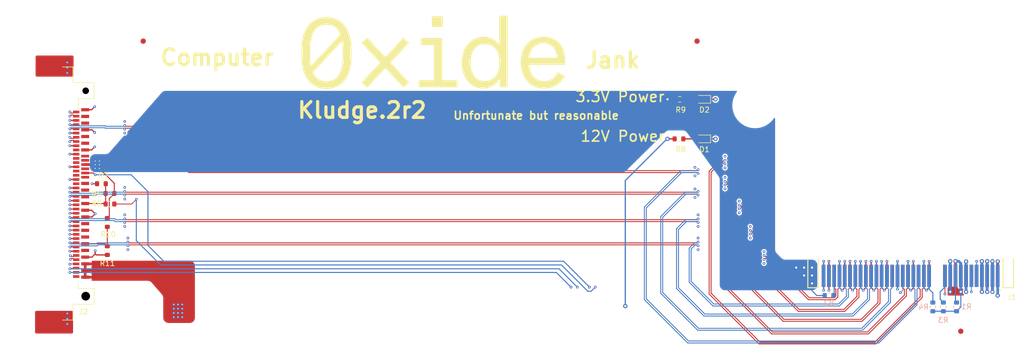
<source format=kicad_pcb>
(kicad_pcb (version 20221018) (generator pcbnew)
  (layers (0 "F.Cu" signal) (1 "In1.Cu" signal) (2 "In2.Cu" signal) (3 "In3.Cu" signal) (4 "In4.Cu" signal) (31 "B.Cu" signal) (34 "B.Paste" user) (35 "F.Paste" user) (36 "B.SilkS" user "B.Silkscreen") (37 "F.SilkS" user "F.Silkscreen") (38 "B.Mask" user) (39 "F.Mask" user) (44 "Edge.Cuts" user))
  (net 0 "")
  (net 1 "+3.3V")
  (net 2 "/PERST_L")
  (net 3 "GND")
  (net 4 "/REFCLK_P")
  (net 5 "/REFCLK_N")
  (net 6 "/PER0_P")
  (net 7 "/PER0_N")
  (net 8 "/PER1_P")
  (net 9 "/PER1_N")
  (net 10 "/PER2_P")
  (net 11 "/PER2_N")
  (net 12 "/PER3_P")
  (net 13 "/PER3_N")
  (net 16 "Net-(J1-PadB09)")
  (net 17 "/PET0_P")
  (net 18 "/PET0_N")
  (net 19 "Net-(J1-PadB11)")
  (net 20 "/PET1_P")
  (net 21 "/PET1_N")
  (net 22 "/PET2_P")
  (net 23 "/PET2_N")
  (net 24 "/PET3_P")
  (net 25 "/PET3_N")
  (net 26 "+12V")
  (net 27 "Net-(J1-PadB12)")
  (net 28 "Net-(J1-PadB17)")
  (net 38 "/SMBCLK")
  (net 40 "/SMBDAT")
  (net 41 "Net-(J1-PadB30)")
  (net 59 "Net-(J2-PadP4)")
  (net 60 "Net-(D1-Pad2)")
  (net 61 "Net-(D2-Pad2)")
  (net 62 "Net-(J2-PadP10)")
  (footprint "Resistor_SMD:R_0603_1608Metric" (layer "F.Cu") (at 107.075 202.029 180)
    (fp_text reference "R7")
    (fp_text value "DNI" hide)
  )
  (footprint "LOGO" (layer "F.Cu") (at 170 177.1)
    (fp_text reference "G***" hide)
    (fp_text value "LOGO" hide)
  )
  (footprint "Fiducial:Fiducial_1mm_Mask3mm" (layer "F.Cu") (at 115 175)
    (fp_text reference "REF**" hide)
    (fp_text value "Fiducial_1mm_Mask3mm" hide)
  )
  (footprint "Resistor_SMD:R_0603_1608Metric" (layer "F.Cu") (at 108.7 203.879 180)
    (fp_text reference "R6")
    (fp_text value "DNI" hide)
  )
  (footprint "LED_SMD:LED_0603_1608Metric" (layer "F.Cu") (at 221.0875 193.529 180)
    (fp_text reference "D1")
    (fp_text value "LED" hide)
  )
  (footprint "MountingHole:MountingHole_3.2mm_M3" (layer "F.Cu") (at 276 228)
    (fp_text reference "REF**" hide)
    (fp_text value "MountingHole_3.2mm_M3" hide)
  )
  (footprint "MountingHole:MountingHole_3.2mm_M3" (layer "F.Cu") (at 114 225)
    (fp_text reference "REF**" hide)
    (fp_text value "MountingHole_3.2mm_M3" hide)
  )
  (footprint "LED_SMD:LED_0603_1608Metric" (layer "F.Cu") (at 221.0875 186.029 180)
    (fp_text reference "D2")
    (fp_text value "LED" hide)
  )
  (footprint "Resistor_SMD:R_0603_1608Metric" (layer "F.Cu") (at 216.575 193.529)
    (fp_text reference "R8")
    (fp_text value "5k" hide)
  )
  (footprint "U2:SAMTEC_PCIE-064-02-X-D-EMS2-BG" (layer "F.Cu") (at 260.5 216 180)
    (fp_text reference "J1")
    (fp_text value "PCIE_x4_PCIE-064-02-S-D-RA")
    (fp_line (start -5.8 0) (end -19.5 0) (stroke (width 0.01)) (layer "Edge.Cuts"))
    (fp_line (start -5.8 0) (end -5.8 -5) (stroke (width 0.01)) (layer "Edge.Cuts"))
    (fp_line (start -4.2 -5) (end -4.2 0) (stroke (width 0.01)) (layer "Edge.Cuts"))
    (fp_line (start -4.2 0) (end 19.51 0) (stroke (width 0.01)) (layer "Edge.Cuts"))
    (fp_arc (start -5.8 -5) (mid -5.565685 -5.565685) (end -5 -5.8) (stroke (width 0.01)) (layer "Edge.Cuts"))
    (fp_arc (start -5 -5.8) (mid -4.434315 -5.565685) (end -4.2 -5) (stroke (width 0.01)) (layer "Edge.Cuts"))
  )
  (footprint "Resistor_SMD:R_0603_1608Metric" (layer "F.Cu") (at 216.7125 186.029)
    (fp_text reference "R9")
    (fp_text value "1.4k" hide)
  )
  (footprint "Fiducial:Fiducial_1mm_Mask3mm" (layer "F.Cu") (at 270 230)
    (fp_text reference "REF**" hide)
    (fp_text value "Fiducial_1mm_Mask3mm" hide)
  )
  (footprint "Resistor_SMD:R_0603_1608Metric" (layer "F.Cu") (at 108.2 209.379 -90)
    (fp_text reference "R10")
    (fp_text value "DNI" hide)
  )
  (footprint "MountingHole:MountingHole_3.2mm_M3" (layer "F.Cu") (at 104 173.2)
    (fp_text reference "REF**" hide)
    (fp_text value "MountingHole_3.2mm_M3" hide)
  )
  (footprint "MountingHole:MountingHole_3.2mm_M3" (layer "F.Cu") (at 231 173.2)
    (fp_text reference "REF**" hide)
    (fp_text value "MountingHole_3.2mm_M3" hide)
  )
  (footprint "Resistor_SMD:R_0603_1608Metric" (layer "F.Cu") (at 108.2 214.704 -90)
    (fp_text reference "R11")
    (fp_text value "DNI")
  )
  (footprint "Fiducial:Fiducial_1mm_Mask3mm" (layer "F.Cu") (at 220 175)
    (fp_text reference "REF**" hide)
    (fp_text value "Fiducial_1mm_Mask3mm" hide)
  )
  (footprint "MountingHole:MountingHole_3.2mm_M3" (layer "F.Cu") (at 231 187.2)
    (fp_text reference "REF**" hide)
    (fp_text value "MountingHole_3.2mm_M3" hide)
  )
  (footprint "Resistor_SMD:R_0603_1608Metric" (layer "F.Cu") (at 108.7 205.879 180)
    (fp_text reference "R5")
    (fp_text value "0R" hide)
  )
  (footprint "U2:PSAS4M2130021TR" (layer "F.Cu") (at 101.7 203.879 90)
    (fp_text reference "J2")
    (fp_text value "PSAS4M2130021TR")
  )
  (footprint "Resistor_SMD:R_0603_1608Metric" (layer "B.Cu") (at 266.7 225.379 90)
    (fp_text reference "R3")
    (fp_text value "DNI")
  )
  (footprint "Resistor_SMD:R_0603_1608Metric" (layer "B.Cu") (at 269.2 225.379 90)
    (fp_text reference "R1")
    (fp_text value "DNI")
  )
  (footprint "Resistor_SMD:R_0603_1608Metric" (layer "B.Cu") (at 245.025 223.229)
    (fp_text reference "R2")
    (fp_text value "DNI")
  )
  (footprint "Resistor_SMD:R_0603_1608Metric" (layer "B.Cu") (at 264.7 225.379 90)
    (fp_text reference "R4")
    (fp_text value "DNI")
  )
  (gr_line locked (start 101.3 186.479) (end 101.3 182.529) (stroke (width 0.001)) (layer "Edge.Cuts"))
  (gr_line locked (start 100.9 182.129) (end 94.4 182.129) (stroke (width 0.001)) (layer "Edge.Cuts"))
  (gr_arc locked (start 101.3 225.229) (mid 101.182837 225.511837) (end 100.9 225.629) (stroke (width 0.001)) (layer "Edge.Cuts"))
  (gr_line locked (start 100.7 186.879) (end 100.9 186.879) (stroke (width 0.001)) (layer "Edge.Cuts"))
  (gr_line locked (start 280 216) (end 281.6 216) (stroke (width 0.001)) (layer "Edge.Cuts"))
  (gr_line locked (start 98.4 167.2) (end 236.6 167.2) (stroke (width 0.001)) (layer "Edge.Cuts"))
  (gr_arc locked (start 94 226.029) (mid 94.117151 225.746151) (end 94.4 225.629) (stroke (width 0.001)) (layer "Edge.Cuts"))
  (gr_line locked (start 214 233.6) (end 214 233) (stroke (width 0.001)) (layer "Edge.Cuts"))
  (gr_arc locked (start 94.4 182.129) (mid 94.117154 182.011846) (end 94 181.729) (stroke (width 0.001)) (layer "Edge.Cuts"))
  (gr_arc locked (start 100.9 220.879) (mid 101.182839 220.996161) (end 101.3 221.279) (stroke (width 0.001)) (layer "Edge.Cuts"))
  (gr_arc locked (start 236.6 167.2) (mid 236.882839 167.317161) (end 237 167.6) (stroke (width 0.001)) (layer "Edge.Cuts"))
  (gr_arc locked (start 100.7 220.879) (mid 100.417154 220.761846) (end 100.3 220.479) (stroke (width 0.001)) (layer "Edge.Cuts"))
  (gr_line locked (start 281.6 234) (end 214.4 234) (stroke (width 0.001)) (layer "Edge.Cuts"))
  (gr_arc locked (start 101.3 186.479) (mid 101.182837 186.761837) (end 100.9 186.879) (stroke (width 0.001)) (layer "Edge.Cuts"))
  (gr_line locked (start 100.9 220.879) (end 100.7 220.879) (stroke (width 0.001)) (layer "Edge.Cuts"))
  (gr_line locked (start 98 167.6) (end 98 176.729) (stroke (width 0.001)) (layer "Edge.Cuts"))
  (gr_arc locked (start 100.9 182.129) (mid 101.182839 182.246161) (end 101.3 182.529) (stroke (width 0.001)) (layer "Edge.Cuts"))
  (gr_arc locked (start 94 177.529) (mid 94.117151 177.246151) (end 94.4 177.129) (stroke (width 0.001)) (layer "Edge.Cuts"))
  (gr_line locked (start 212 231) (end 94.4 231) (stroke (width 0.001)) (layer "Edge.Cuts"))
  (gr_arc locked (start 282 233.6) (mid 281.882837 233.882837) (end 281.6 234) (stroke (width 0.001)) (layer "Edge.Cuts"))
  (gr_arc locked (start 94.4 231) (mid 94.117154 230.882846) (end 94 230.6) (stroke (width 0.001)) (layer "Edge.Cuts"))
  (gr_line locked (start 97.6 177.129) (end 94.4 177.129) (stroke (width 0.001)) (layer "Edge.Cuts"))
  (gr_arc locked (start 212 231) (mid 213.41421 231.58579) (end 214 233) (stroke (width 0.001)) (layer "Edge.Cuts"))
  (gr_line locked (start 94 181.729) (end 94 177.529) (stroke (width 0.001)) (layer "Edge.Cuts"))
  (gr_arc locked (start 214.4 234) (mid 214.117154 233.882846) (end 214 233.6) (stroke (width 0.001)) (layer "Edge.Cuts"))
  (gr_arc locked (start 98 167.6) (mid 98.117151 167.317151) (end 98.4 167.2) (stroke (width 0.001)) (layer "Edge.Cuts"))
  (gr_line locked (start 237 167.6) (end 237 213) (stroke (width 0.001)) (layer "Edge.Cuts"))
  (gr_arc locked (start 240 216) (mid 237.878676 215.121324) (end 237 213) (stroke (width 0.001)) (layer "Edge.Cuts"))
  (gr_line locked (start 282 216.4) (end 282 233.6) (stroke (width 0.001)) (layer "Edge.Cuts"))
  (gr_arc locked (start 98 176.729) (mid 97.882837 177.011837) (end 97.6 177.129) (stroke (width 0.001)) (layer "Edge.Cuts"))
  (gr_arc locked (start 281.6 216) (mid 281.882839 216.117161) (end 282 216.4) (stroke (width 0.001)) (layer "Edge.Cuts"))
  (gr_line locked (start 101.3 225.229) (end 101.3 221.279) (stroke (width 0.001)) (layer "Edge.Cuts"))
  (gr_arc locked (start 100.3 187.279) (mid 100.417151 186.996151) (end 100.7 186.879) (stroke (width 0.001)) (layer "Edge.Cuts"))
  (gr_line locked (start 94 230.6) (end 94 226.029) (stroke (width 0.001)) (layer "Edge.Cuts"))
  (gr_line locked (start 94.4 225.629) (end 100.9 225.629) (stroke (width 0.001)) (layer "Edge.Cuts"))
  (gr_line locked (start 100.3 220.479) (end 100.3 187.279) (stroke (width 0.001)) (layer "Edge.Cuts"))
  (gr_line locked (start 240.99 216) (end 240 216) (stroke (width 0.001)) (layer "Edge.Cuts"))
  (gr_text "Unfortunate but reasonable" (at 189.5 189.1) (layer "F.SilkS") (effects (font (size 1.5 1.5) (thickness 0.3))))
  (gr_text "Jank" (at 204 178.6) (layer "F.SilkS") (effects (font (size 3 3) (thickness 0.6))))
  (gr_text "3.3V Power" (at 205.4 185.529) (layer "F.SilkS") (effects (font (size 2 2) (thickness 0.3))))
  (gr_text "Computer" (at 129 178.1) (layer "F.SilkS") (effects (font (size 3 3) (thickness 0.6))))
  (gr_text "Kludge.2r2" (at 156.5 188.1) (layer "F.SilkS") (effects (font (size 3 3) (thickness 0.6))))
  (gr_text "12V Power" (at 205.9 193.029) (layer "F.SilkS") (effects (font (size 2 2) (thickness 0.3))))
  (segment (start 215.8875 186.029) (end 214.4 186.029) (width 0.24) (layer "F.Cu") (net 1))
  (segment (start 268 219.479) (end 268 216.729) (width 0.5) (layer "F.Cu") (net 1))
  (segment (start 108.575 208.179) (end 108.2 208.554) (width 0.2) (layer "F.Cu") (net 1))
  (segment (start 109.525 201.954) (end 109.525 203.879) (width 0.2) (layer "F.Cu") (net 1))
  (segment (start 106.7 199.129) (end 109.525 201.954) (width 0.2) (layer "F.Cu") (net 1))
  (segment (start 269 216.729) (end 269 219.479) (width 0.5) (layer "F.Cu") (net 1))
  (segment (start 108.575 204.829) (end 108.575 208.179) (width 0.2) (layer "F.Cu") (net 1))
  (segment (start 109.525 203.879) (end 108.575 204.829) (width 0.2) (layer "F.Cu") (net 1))
  (via (at 240.3 219.429) (size 0.8) (drill 0.4) (layers "F.Cu" "B.Cu") (net 1))
  (via (at 268 222.529) (size 0.8) (drill 0.4) (layers "F.Cu" "B.Cu") (net 1))
  (via (at 238.8 217.929) (size 0.8) (drill 0.4) (layers "F.Cu" "B.Cu") (net 1))
  (via (at 268 216.729) (size 0.8) (drill 0.4) (layers "F.Cu" "B.Cu") (net 1))
  (via (at 240.3 217.929) (size 0.8) (drill 0.4) (layers "F.Cu" "B.Cu") (net 1))
  (via (at 106.7 198.429) (size 0.5) (drill 0.2) (layers "F.Cu" "B.Cu") (net 1))
  (via (at 241.8 219.429) (size 0.8) (drill 0.4) (layers "F.Cu" "B.Cu") (net 1))
  (via (at 269 216.729) (size 0.8) (drill 0.4) (layers "F.Cu" "B.Cu") (net 1))
  (via (at 106.7 199.129) (size 0.5) (drill 0.2) (layers "F.Cu" "B.Cu") (net 1))
  (via (at 106.7 197.729) (size 0.5) (drill 0.2) (layers "F.Cu" "B.Cu") (net 1))
  (via (at 241.8 220.929) (size 0.8) (drill 0.4) (layers "F.Cu" "B.Cu") (net 1))
  (via (at 241.8 217.929) (size 0.8) (drill 0.4) (layers "F.Cu" "B.Cu") (net 1))
  (via (at 105.9 199.129) (size 0.5) (drill 0.2) (layers "F.Cu" "B.Cu") (net 1))
  (via (at 105.9 198.429) (size 0.5) (drill 0.2) (layers "F.Cu" "B.Cu") (net 1))
  (via (at 214.4 186.029) (size 0.8) (drill 0.4) (layers "F.Cu" "B.Cu") (net 1))
  (via (at 270 222.529) (size 0.8) (drill 0.4) (layers "F.Cu" "B.Cu") (net 1))
  (via (at 105.9 197.729) (size 0.5) (drill 0.2) (layers "F.Cu" "B.Cu") (net 1))
  (segment (start 244.2 223.229) (end 242.7 223.229) (width 0.2) (layer "B.Cu") (net 1))
  (segment (start 266.7 226.204) (end 269.2 226.204) (width 0.2) (layer "B.Cu") (net 1))
  (segment (start 268 219.479) (end 268 222.529) (width 0.5) (layer "B.Cu") (net 1))
  (segment (start 269.2 226.204) (end 270 225.404) (width 0.2) (layer "B.Cu") (net 1))
  (segment (start 268 216.729) (end 268 219.479) (width 0.5) (layer "B.Cu") (net 1))
  (segment (start 269.6 216.729) (end 269 216.729) (width 0.5) (layer "B.Cu") (net 1))
  (segment (start 241.8 220.929) (end 241.8 222.329) (width 0.2) (layer "B.Cu") (net 1))
  (segment (start 241.8 222.329) (end 242.7 223.229) (width 0.2) (layer "B.Cu") (net 1))
  (segment (start 270 217.129) (end 269.6 216.729) (width 0.5) (layer "B.Cu") (net 1))
  (segment (start 270 219.479) (end 270 222.529) (width 0.5) (layer "B.Cu") (net 1))
  (segment (start 270 219.479) (end 270 217.129) (width 0.5) (layer "B.Cu") (net 1))
  (segment (start 264.7 226.204) (end 266.7 226.204) (width 0.2) (layer "B.Cu") (net 1))
  (segment (start 270 225.404) (end 270 222.529) (width 0.2) (layer "B.Cu") (net 1))
  (segment (start 267 219.479) (end 267 222.929002) (width 0.15) (layer "F.Cu") (net 2))
  (segment (start 105.57 199.999) (end 104 199.999) (width 0.2) (layer "F.Cu") (net 2))
  (segment (start 105.9 200.329) (end 105.57 199.999) (width 0.2) (layer "F.Cu") (net 2))
  (via (at 199.6 221.629) (size 0.5) (drill 0.2) (layers "F.Cu" "B.Cu") (net 2))
  (via (at 105.9 200.329) (size 0.5) (drill 0.2) (layers "F.Cu" "B.Cu") (net 2))
  (via (at 267 222.929002) (size 0.5) (drill 0.2) (layers "F.Cu" "B.Cu") (net 2))
  (segment (start 199.6 221.629) (end 194.7 216.729) (width 0.2) (layer "B.Cu") (net 2))
  (segment (start 194.7 216.729) (end 118.9 216.729) (width 0.2) (layer "B.Cu") (net 2))
  (segment (start 118.9 216.729) (end 115.9 213.729) (width 0.2) (layer "B.Cu") (net 2))
  (segment (start 115.9 203.529) (end 112.7 200.329) (width 0.2) (layer "B.Cu") (net 2))
  (segment (start 112.7 200.329) (end 105.9 200.329) (width 0.2) (layer "B.Cu") (net 2))
  (segment (start 115.9 213.729) (end 115.9 203.529) (width 0.2) (layer "B.Cu") (net 2))
  (segment (start 106.25 202.029) (end 105.3 202.029) (width 0.2) (layer "F.Cu") (net 3))
  (segment (start 261 221.819) (end 260.59 222.229) (width 0.24) (layer "F.Cu") (net 3))
  (segment (start 261 219.479) (end 261 216.729) (width 0.24) (layer "F.Cu") (net 3))
  (segment (start 256 219.479) (end 256 221.729) (width 0.24) (layer "F.Cu") (net 3))
  (segment (start 104 207.054) (end 105.225 207.054) (width 0.24) (layer "F.Cu") (net 3))
  (segment (start 256 219.479) (end 256 216.729) (width 0.24) (layer "F.Cu") (net 3))
  (segment (start 249 219.479) (end 249 221.729) (width 0.24) (layer "F.Cu") (net 3))
  (segment (start 256 221.729) (end 255.5 222.229) (width 0.24) (layer "F.Cu") (net 3))
  (segment (start 105.285 191.814) (end 105.8 192.329) (width 0.24) (layer "F.Cu") (net 3))
  (segment (start 102.3 201.229) (end 101.1 201.229) (width 0.25) (layer "F.Cu") (net 3))
  (segment (start 248 219.479) (end 248 216.729) (width 0.24) (layer "F.Cu") (net 3))
  (segment (start 102.3 198.829) (end 101.1 198.829) (width 0.25) (layer "F.Cu") (net 3))
  (segment (start 102.3 202.829) (end 101.1 202.829) (width 0.25) (layer "F.Cu") (net 3))
  (segment (start 258 219.479) (end 258 222.029) (width 0.24) (layer "F.Cu") (net 3))
  (segment (start 105.205 195.624) (end 105.8 195.029) (width 0.24) (layer "F.Cu") (net 3))
  (segment (start 105.305 208.324) (end 105.9 207.729) (width 0.24) (layer "F.Cu") (net 3))
  (segment (start 264 221.717548) (end 263.485685 222.231863) (width 0.24) (layer "F.Cu") (net 3))
  (segment (start 258 219.479) (end 258 216.729) (width 0.24) (layer "F.Cu") (net 3))
  (segment (start 264 219.479) (end 264 216.729) (width 0.24) (layer "F.Cu") (net 3))
  (segment (start 102.3 194.829) (end 101.1 194.829) (width 0.25) (layer "F.Cu") (net 3))
  (segment (start 101.171 217.229) (end 101.1 217.3) (width 0.124) (layer "F.Cu") (net 3))
  (segment (start 221.875 186.029) (end 223.5 186.029) (width 0.24) (layer "F.Cu") (net 3))
  (segment (start 102.3 205.229) (end 101.1 205.229) (width 0.25) (layer "F.Cu") (net 3))
  (segment (start 252 221.729) (end 251.5 222.229) (width 0.24) (layer "F.Cu") (net 3))
  (segment (start 105.225 188.004) (end 105.8 187.429) (width 0.24) (layer "F.Cu") (net 3))
  (segment (start 104 215.944) (end 105.285 215.944) (width 0.24) (layer "F.Cu") (net 3))
  (segment (start 105.9 215.329) (end 105.9 214.729) (width 0.24) (layer "F.Cu") (net 3))
  (segment (start 105.285 215.944) (end 105.9 215.329) (width 0.24) (layer "F.Cu") (net 3))
  (segment (start 104 208.324) (end 105.305 208.324) (width 0.24) (layer "F.Cu") (net 3))
  (segment (start 108.2 215.529) (end 106.1 215.529) (width 0.24) (layer "F.Cu") (net 3))
  (segment (start 104 191.814) (end 105.285 191.814) (width 0.24) (layer "F.Cu") (net 3))
  (segment (start 249 219.479) (end 249 216.729) (width 0.24) (layer "F.Cu") (net 3))
  (segment (start 245 219.479) (end 245 222.229) (width 0.24) (layer "F.Cu") (net 3))
  (segment (start 277 219.479) (end 277 216.779498) (width 0.5) (layer "F.Cu") (net 3))
  (segment (start 253 219.479) (end 253 221.729) (width 0.24) (layer "F.Cu") (net 3))
  (segment (start 102.3 217.229) (end 101.171 217.229) (width 0.124) (layer "F.Cu") (net 3))
  (segment (start 102.3 212.429) (end 101.1 212.429) (width 0.25) (layer "F.Cu") (net 3))
  (segment (start 104 195.624) (end 105.205 195.624) (width 0.24) (layer "F.Cu") (net 3))
  (segment (start 249 221.729) (end 249.5 222.229) (width 0.24) (layer "F.Cu") (net 3))
  (segment (start 274 219.479) (end 274 216.729) (width 0.5) (layer "F.Cu") (net 3))
  (segment (start 245 219.479) (end 245 216.729) (width 0.24) (layer "F.Cu") (net 3))
  (segment (start 260.59 222.229) (end 260.5 222.229) (width 0.24) (layer "F.Cu") (net 3))
  (segment (start 102.3 214.829) (end 101.1 214.829) (width 0.25) (layer "F.Cu") (net 3))
  (segment (start 248 221.729) (end 247.5 222.229) (width 0.24) (layer "F.Cu") (net 3))
  (segment (start 102.3 190.029) (end 101.1 190.029) (width 0.25) (layer "F.Cu") (net 3))
  (segment (start 221.875 193.529) (end 223.5 193.529) (width 0.24) (layer "F.Cu") (net 3))
  (segment (start 274 219.479) (end 274 222.529) (width 0.5) (layer "F.Cu") (net 3))
  (segment (start 102.3 192.429) (end 101.1 192.429) (width 0.25) (layer "F.Cu") (net 3))
  (segment (start 106.1 215.529) (end 105.9 215.329) (width 0.24) (layer "F.Cu") (net 3))
  (segment (start 253 221.729) (end 253.5 222.229) (width 0.24) (layer "F.Cu") (net 3))
  (segment (start 248 219.479) (end 248 221.729) (width 0.24) (layer "F.Cu") (net 3))
  (segment (start 102.3 196.429) (end 101.1 196.429) (width 0.25) (layer "F.Cu") (net 3))
  (segment (start 105.225 207.054) (end 105.9 207.729) (width 0.24) (layer "F.Cu") (net 3))
  (segment (start 252 219.479) (end 252 221.729) (width 0.24) (layer "F.Cu") (net 3))
  (segment (start 253 219.479) (end 253 216.729) (width 0.24) (layer "F.Cu") (net 3))
  (segment (start 102.3 207.629) (end 101.1 207.629) (width 0.25) (layer "F.Cu") (net 3))
  (segment (start 252 219.479) (end 252 216.729) (width 0.24) (layer "F.Cu") (net 3))
  (segment (start 261 219.479) (end 261 221.819) (width 0.24) (layer "F.Cu") (net 3))
  (segment (start 104 188.004) (end 105.225 188.004) (width 0.24) (layer "F.Cu") (net 3))
  (segment (start 102.3 210.029) (end 101.1 210.029) (width 0.25) (layer "F.Cu") (net 3))
  (segment (start 264 219.479) (end 264 221.717548) (width 0.24) (layer "F.Cu") (net 3))
  (via (at 244 222.229) (size 0.5) (drill 0.2) (layers "F.Cu" "B.Cu") (net 3))
  (via (at 112.1 212.329) (size 0.5) (drill 0.2) (layers "F.Cu" "B.Cu") (net 3))
  (via (at 101.1 192.429) (size 0.5) (drill 0.2) (layers "F.Cu" "B.Cu") (net 3))
  (via (at 220.2 212.329) (size 0.5) (drill 0.2) (layers "F.Cu" "B.Cu") (net 3))
  (via (at 100.6 226.629) (size 0.5) (drill 0.2) (layers "F.Cu" "B.Cu") (net 3))
  (via (at 264 216.729) (size 0.5) (drill 0.2) (layers "F.Cu" "B.Cu") (net 3))
  (via (at 254 216.729) (size 0.5) (drill 0.2) (layers "F.Cu" "B.Cu") (net 3))
  (via (at 258 216.729) (size 0.5) (drill 0.2) (layers "F.Cu" "B.Cu") (net 3))
  (via (at 111.5 210.129) (size 0.5) (drill 0.2) (layers "F.Cu" "B.Cu") (net 3))
  (via (at 101.1 202.829) (size 0.5) (drill 0.2) (layers "F.Cu" "B.Cu") (net 3))
  (via (at 101.1 207.629) (size 0.5) (drill 0.2) (layers "F.Cu" "B.Cu") (net 3))
  (via (at 263 216.729) (size 0.5) (drill 0.2) (layers "F.Cu" "B.Cu") (net 3))
  (via (at 105.9 214.729) (size 0.5) (drill 0.2) (layers "F.Cu" "B.Cu") (net 3))
  (via (at 250 216.729) (size 0.5) (drill 0.2) (layers "F.Cu" "B.Cu") (net 3))
  (via (at 249.5 222.229) (size 0.5) (drill 0.2) (layers "F.Cu" "B.Cu") (net 3))
  (via (at 225.3 200.829) (size 0.5) (drill 0.2) (layers "F.Cu" "B.Cu") (net 3))
  (via (at 100.6 181.029) (size 0.5) (drill 0.2) (layers "F.Cu" "B.Cu") (net 3))
  (via (at 258 222.029) (size 0.5) (drill 0.2) (layers "F.Cu" "B.Cu") (net 3))
  (via (at 261 216.729) (size 0.5) (drill 0.2) (layers "F.Cu" "B.Cu") (net 3))
  (via (at 228 205.329) (size 0.5) (drill 0.2) (layers "F.Cu" "B.Cu") (net 3))
  (via (at 251.5 222.229) (size 0.5) (drill 0.2) (layers "F.Cu" "B.Cu") (net 3))
  (via (at 101.1 196.429) (size 0.5) (drill 0.2) (layers "F.Cu" "B.Cu") (net 3))
  (via (at 271 222.529) (size 0.8) (drill 0.4) (layers "F.Cu" "B.Cu") (net 3))
  (via (at 111.5 204.929) (size 0.5) (drill 0.2) (layers "F.Cu" "B.Cu") (net 3))
  (via (at 105.9 207.729) (size 0.5) (drill 0.2) (layers "F.Cu" "B.Cu") (net 3))
  (via (at 251 216.729) (size 0.5) (drill 0.2) (layers "F.Cu" "B.Cu") (net 3))
  (via (at 111.5 207.929) (size 0.5) (drill 0.2) (layers "F.Cu" "B.Cu") (net 3))
  (via (at 232.69979 214.916174) (size 0.5) (drill 0.2) (layers "F.Cu" "B.Cu") (net 3))
  (via (at 101.1 217.3) (size 0.5) (drill 0.2) (layers "F.Cu" "B.Cu") (net 3))
  (via (at 255 216.729) (size 0.5) (drill 0.2) (layers "F.Cu" "B.Cu") (net 3))
  (via (at 101.1 212.429) (size 0.5) (drill 0.2) (layers "F.Cu" "B.Cu") (net 3))
  (via (at 101.1 190.029) (size 0.5) (drill 0.2) (layers "F.Cu" "B.Cu") (net 3))
  (via (at 256 216.729) (size 0.5) (drill 0.2) (layers "F.Cu" "B.Cu") (net 3))
  (via (at 232.7 217.129) (size 0.5) (drill 0.2) (layers "F.Cu" "B.Cu") (net 3))
  (via (at 105.8 195.029) (size 0.5) (drill 0.2) (layers "F.Cu" "B.Cu") (net 3))
  (via (at 255.5 222.229) (size 0.5) (drill 0.2) (layers "F.Cu" "B.Cu") (net 3))
  (via (at 260.5 222.229) (size 0.5) (drill 0.2) (layers "F.Cu" "B.Cu") (net 3))
  (via (at 101.1 198.829) (size 0.5) (drill 0.2) (layers "F.Cu" "B.Cu") (net 3))
  (via (at 112.1 214.529) (size 0.5) (drill 0.2) (layers "F.Cu" "B.Cu") (net 3))
  (via (at 101.1 194.829) (size 0.5) (drill 0.2) (layers "F.Cu" "B.Cu") (net 3))
  (via (at 260 216.729) (size 0.5) (drill 0.2) (layers "F.Cu" "B.Cu") (net 3))
  (via (at 219.6 198.929) (size 0.5) (drill 0.2) (layers "F.Cu" "B.Cu") (net 3))
  (via (at 111.5 192.429) (size 0.5) (drill 0.2) (layers "F.Cu" "B.Cu") (net 3))
  (via (at 230.1 210.129) (size 0.5) (drill 0.2) (layers "F.Cu" "B.Cu") (net 3))
  (via (at 220.2 210.129) (size 0.5) (drill 0.2) (layers "F.Cu" "B.Cu") (net 3))
  (via (at 100.6 227.629) (size 0.5) (drill 0.2) (layers "F.Cu" "B.Cu") (net 3))
  (via (at 230.1 212.329) (size 0.5) (drill 0.2) (layers "F.Cu" "B.Cu") (net 3))
  (via (at 220.2 207.929) (size 0.5) (drill 0.2) (layers "F.Cu" "B.Cu") (net 3))
  (via (at 247 216.729) (size 0.5) (drill 0.2) (layers "F.Cu" "B.Cu") (net 3))
  (via (at 263.485685 222.231863) (size 0.5) (drill 0.2) (layers "F.Cu" "B.Cu") (net 3))
  (via (at 219.6 203.029) (size 0.5) (drill 0.2) (layers "F.Cu" "B.Cu") (net 3))
  (via (at 100.6 179.029) (size 0.5) (drill 0.2) (layers "F.Cu" "B.Cu") (net 3))
  (via (at 253 216.729) (size 0.5) (drill 0.2) (layers "F.Cu" "B.Cu") (net 3))
  (via (at 274 216.729) (size 0.8) (drill 0.4) (layers "F.Cu" "B.Cu") (net 3))
  (via (at 100.6 228.629) (size 0.5) (drill 0.2) (layers "F.Cu" "B.Cu") (net 3))
  (via (at 105.8 187.429) (size 0.5) (drill 0.2) (layers "F.Cu" "B.Cu") (net 3))
  (via (at 219.6 204.629) (size 0.5) (drill 0.2) (layers "F.Cu" "B.Cu") (net 3))
  (via (at 223.5 193.529) (size 0.8) (drill 0.4) (layers "F.Cu" "B.Cu") (net 3))
  (via (at 244 216.729) (size 0.5) (drill 0.2) (layers "F.Cu" "B.Cu") (net 3))
  (via (at 223.5 186.029) (size 0.8) (drill 0.4) (layers "F.Cu" "B.Cu") (net 3))
  (via (at 101.1 214.829) (size 0.5) (drill 0.2) (layers "F.Cu" "B.Cu") (net 3))
  (via (at 111.5 202.729) (size 0.5) (drill 0.2) (layers "F.Cu" "B.Cu") (net 3))
  (via (at 100.6 180.029) (size 0.5) (drill 0.2) (layers "F.Cu" "B.Cu") (net 3))
  (via (at 247.5 222.229) (size 0.5) (drill 0.2) (layers "F.Cu" "B.Cu") (net 3))
  (via (at 248 216.729) (size 0.5) (drill 0.2) (layers "F.Cu" "B.Cu") (net 3))
  (via (at 105.3 202.029) (size 0.5) (drill 0.2) (layers "F.Cu" "B.Cu") (net 3))
  (via (at 228.003889 207.544556) (size 0.5) (drill 0.2) (layers "F.Cu" "B.Cu") (net 3))
  (via (at 274 222.529) (size 0.8) (drill 0.4) (layers "F.Cu" "B.Cu") (net 3))
  (via (at 249 216.729) (size 0.5) (drill 0.2) (layers "F.Cu" "B.Cu") (net 3))
  (via (at 225.3 196.829) (size 0.5) (drill 0.2) (layers "F.Cu" "B.Cu") (net 3))
  (via (at 245 216.729) (size 0.5) (drill 0.2) (layers "F.Cu" "B.Cu") (net 3))
  (via (at 105.8 192.329) (size 0.5) (drill 0.2) (layers "F.Cu" "B.Cu") (net 3))
  (via (at 245 222.229) (size 0.5) (drill 0.2) (layers "F.Cu" "B.Cu") (net 3))
  (via (at 219.6 200.529) (size 0.5) (drill 0.2) (layers "F.Cu" "B.Cu") (net 3))
  (via (at 271 216.779498) (size 0.8) (drill 0.4) (layers "F.Cu" "B.Cu") (net 3))
  (via (at 225.3 199.029) (size 0.5) (drill 0.2) (layers "F.Cu" "B.Cu") (net 3))
  (via (at 101.1 210.029) (size 0.5) (drill 0.2) (layers "F.Cu" "B.Cu") (net 3))
  (via (at 252 216.729) (size 0.5) (drill 0.2) (layers "F.Cu" "B.Cu") (net 3))
  (via (at 220.2 214.529) (size 0.5) (drill 0.2) (layers "F.Cu" "B.Cu") (net 3))
  (via (at 225.3 203) (size 0.5) (drill 0.2) (layers "F.Cu" "B.Cu") (net 3))
  (via (at 277 216.779498) (size 0.8) (drill 0.4) (layers "F.Cu" "B.Cu") (net 3))
  (via (at 253.5 222.229) (size 0.5) (drill 0.2) (layers "F.Cu" "B.Cu") (net 3))
  (via (at 101.1 201.229) (size 0.5) (drill 0.2) (layers "F.Cu" "B.Cu") (net 3))
  (via (at 101.1 205.229) (size 0.5) (drill 0.2) (layers "F.Cu" "B.Cu") (net 3))
  (via (at 111.5 190.229) (size 0.5) (drill 0.2) (layers "F.Cu" "B.Cu") (net 3))
  (segment (start 271 219.479) (end 271 222.529) (width 0.5) (layer "B.Cu") (net 3))
  (segment (start 244 219.479) (end 244 222.229) (width 0.24) (layer "B.Cu") (net 3))
  (segment (start 260 221.729) (end 260.5 222.229) (width 0.24) (layer "B.Cu") (net 3))
  (segment (start 254 219.479) (end 254 216.729) (width 0.24) (layer "B.Cu") (net 3))
  (segment (start 255.5 222.224) (end 255.5 222.229) (width 0.24) (layer "B.Cu") (net 3))
  (segment (start 263 219.479) (end 263 221.746178) (width 0.24) (layer "B.Cu") (net 3))
  (segment (start 260 219.479) (end 260 221.729) (width 0.24) (layer "B.Cu") (net 3))
  (segment (start 250 219.479) (end 250 216.729) (width 0.24) (layer "B.Cu") (net 3))
  (segment (start 247 219.479) (end 247 216.729) (width 0.24) (layer "B.Cu") (net 3))
  (segment (start 251 219.479) (end 251 221.729) (width 0.24) (layer "B.Cu") (net 3))
  (segment (start 263 219.479) (end 263 216.729) (width 0.24) (layer "B.Cu") (net 3))
  (segment (start 247 221.729) (end 247.5 222.229) (width 0.24) (layer "B.Cu") (net 3))
  (segment (start 258 219.479) (end 258 216.729) (width 0.24) (layer "B.Cu") (net 3))
  (segment (start 254 219.479) (end 254 221.729) (width 0.24) (layer "B.Cu") (net 3))
  (segment (start 255 219.479) (end 255 216.729) (width 0.24) (layer "B.Cu") (net 3))
  (segment (start 263 221.746178) (end 263.485685 222.231863) (width 0.24) (layer "B.Cu") (net 3))
  (segment (start 251 221.729) (end 251.5 222.229) (width 0.24) (layer "B.Cu") (net 3))
  (segment (start 271 219.479) (end 271 216.779498) (width 0.5) (layer "B.Cu") (net 3))
  (segment (start 254 221.729) (end 253.5 222.229) (width 0.24) (layer "B.Cu") (net 3))
  (segment (start 255 219.479) (end 255 221.724) (width 0.24) (layer "B.Cu") (net 3))
  (segment (start 250 219.479) (end 250 221.729) (width 0.24) (layer "B.Cu") (net 3))
  (segment (start 250 221.729) (end 249.5 222.229) (width 0.24) (layer "B.Cu") (net 3))
  (segment (start 274 219.479) (end 274 222.529) (width 0.5) (layer "B.Cu") (net 3))
  (segment (start 274 219.479) (end 274 216.729) (width 0.5) (layer "B.Cu") (net 3))
  (segment (start 260 219.479) (end 260 216.729) (width 0.24) (layer "B.Cu") (net 3))
  (segment (start 255 221.724) (end 255.5 222.224) (width 0.24) (layer "B.Cu") (net 3))
  (segment (start 247 219.479) (end 247 221.729) (width 0.24) (layer "B.Cu") (net 3))
  (segment (start 258 219.479) (end 258 222.029) (width 0.24) (layer "B.Cu") (net 3))
  (segment (start 251 219.479) (end 251 216.729) (width 0.24) (layer "B.Cu") (net 3))
  (segment (start 244 219.479) (end 244 216.729) (width 0.24) (layer "B.Cu") (net 3))
  (segment (start 262.681522 223.610522) (end 253.891543 232.400501) (width 0.172) (layer "F.Cu") (net 4))
  (segment (start 231.746119 232.400501) (end 222.3 222.954382) (width 0.172) (layer "F.Cu") (net 4))
  (segment (start 101.314 188.643) (end 101.1 188.429) (width 0.172) (layer "F.Cu") (net 4))
  (segment (start 224.223662 197.743) (end 225.136 197.743) (width 0.172) (layer "F.Cu") (net 4))
  (segment (start 102.3 188.429) (end 101.95 188.429) (width 0.172) (layer "F.Cu") (net 4))
  (segment (start 262.681522 222.047478) (end 262.681522 223.610522) (width 0.172) (layer "F.Cu") (net 4))
  (segment (start 263 219.479) (end 263 221.729) (width 0.172) (layer "F.Cu") (net 4))
  (segment (start 101.736 188.643) (end 101.314 188.643) (width 0.172) (layer "F.Cu") (net 4))
  (segment (start 101.95 188.429) (end 101.736 188.643) (width 0.172) (layer "F.Cu") (net 4))
  (segment (start 263 221.729) (end 262.681522 222.047478) (width 0.172) (layer "F.Cu") (net 4))
  (segment (start 222.3 199.666662) (end 224.223662 197.743) (width 0.172) (layer "F.Cu") (net 4))
  (segment (start 225.136 197.743) (end 225.3 197.579) (width 0.172) (layer "F.Cu") (net 4))
  (segment (start 222.3 222.954382) (end 222.3 199.666662) (width 0.172) (layer "F.Cu") (net 4))
  (segment (start 253.891543 232.400501) (end 231.746119 232.400501) (width 0.172) (layer "F.Cu") (net 4))
  (via (at 225.3 197.579) (size 0.5) (drill 0.2) (layers "F.Cu" "B.Cu") (net 4))
  (via (at 101.1 188.429) (size 0.5) (drill 0.2) (layers "F.Cu" "B.Cu") (net 4))
  (segment (start 225.3 198.279) (end 225.136 198.115) (width 0.172) (layer "F.Cu") (net 5))
  (segment (start 222.671501 222.800501) (end 231.9 232.029) (width 0.172) (layer "F.Cu") (net 5))
  (segment (start 231.9 232.029) (end 253.736956 232.029) (width 0.172) (layer "F.Cu") (net 5))
  (segment (start 222.671501 199.820543) (end 222.671501 222.800501) (width 0.172) (layer "F.Cu") (net 5))
  (segment (start 225.136 198.115) (end 224.377044 198.115) (width 0.172) (layer "F.Cu") (net 5))
  (segment (start 262.310021 222.061021) (end 262 221.751) (width 0.172) (layer "F.Cu") (net 5))
  (segment (start 262 221.751) (end 262 219.479) (width 0.172) (layer "F.Cu") (net 5))
  (segment (start 262.310021 223.455935) (end 262.310021 222.061021) (width 0.172) (layer "F.Cu") (net 5))
  (segment (start 102.3 189.229) (end 101.95 189.229) (width 0.172) (layer "F.Cu") (net 5))
  (segment (start 101.314 189.015) (end 101.1 189.229) (width 0.172) (layer "F.Cu") (net 5))
  (segment (start 253.736956 232.029) (end 262.310021 223.455935) (width 0.172) (layer "F.Cu") (net 5))
  (segment (start 101.736 189.015) (end 101.314 189.015) (width 0.172) (layer "F.Cu") (net 5))
  (segment (start 101.95 189.229) (end 101.736 189.015) (width 0.172) (layer "F.Cu") (net 5))
  (segment (start 224.377044 198.115) (end 222.671501 199.820543) (width 0.172) (layer "F.Cu") (net 5))
  (via (at 101.1 189.229) (size 0.5) (drill 0.2) (layers "F.Cu" "B.Cu") (net 5))
  (via (at 225.3 198.279) (size 0.5) (drill 0.2) (layers "F.Cu" "B.Cu") (net 5))
  (segment (start 226.528499 203.521501) (end 226.528499 202.553881) (width 0.172) (layer "F.Cu") (net 6))
  (segment (start 225.25 204.8) (end 226.528499 203.521501) (width 0.172) (layer "F.Cu") (net 6))
  (segment (start 225.464 202.115) (end 225.3 202.279) (width 0.172) (layer "F.Cu") (net 6))
  (segment (start 259.68 222.071) (end 259.68 223.312044) (width 0.172) (layer "F.Cu") (net 6))
  (segment (start 226.528499 202.553881) (end 226.089618 202.115) (width 0.172) (layer "F.Cu") (net 6))
  (segment (start 101.314 193.815) (end 101.1 194.029) (width 0.172) (layer "F.Cu") (net 6))
  (segment (start 252.491543 230.500501) (end 234.146119 230.500501) (width 0.172) (layer "F.Cu") (net 6))
  (segment (start 260 221.751) (end 259.68 222.071) (width 0.172) (layer "F.Cu") (net 6))
  (segment (start 225.25 221.604382) (end 225.25 204.8) (width 0.172) (layer "F.Cu") (net 6))
  (segment (start 226.089618 202.115) (end 225.464 202.115) (width 0.172) (layer "F.Cu") (net 6))
  (segment (start 102.3 194.029) (end 101.95 194.029) (width 0.172) (layer "F.Cu") (net 6))
  (segment (start 259.68 223.312044) (end 252.491543 230.500501) (width 0.172) (layer "F.Cu") (net 6))
  (segment (start 101.736 193.815) (end 101.314 193.815) (width 0.172) (layer "F.Cu") (net 6))
  (segment (start 234.146119 230.500501) (end 225.25 221.604382) (width 0.172) (layer "F.Cu") (net 6))
  (segment (start 260 219.479) (end 260 221.751) (width 0.172) (layer "F.Cu") (net 6))
  (segment (start 101.95 194.029) (end 101.736 193.815) (width 0.172) (layer "F.Cu") (net 6))
  (via (at 101.1 194.029) (size 0.5) (drill 0.2) (layers "F.Cu" "B.Cu") (net 6))
  (via (at 225.3 202.279) (size 0.5) (drill 0.2) (layers "F.Cu" "B.Cu") (net 6))
  (segment (start 259.308499 222.059499) (end 259.308499 223.157457) (width 0.172) (layer "F.Cu") (net 7))
  (segment (start 259 221.751) (end 259.308499 222.059499) (width 0.172) (layer "F.Cu") (net 7))
  (segment (start 225.621501 221.450501) (end 225.621501 204.953881) (width 0.172) (layer "F.Cu") (net 7))
  (segment (start 259 219.479) (end 259 221.751) (width 0.172) (layer "F.Cu") (net 7))
  (segment (start 252.336956 230.129) (end 234.3 230.129) (width 0.172) (layer "F.Cu") (net 7))
  (segment (start 259.308499 223.157457) (end 252.336956 230.129) (width 0.172) (layer "F.Cu") (net 7))
  (segment (start 102.3 193.229) (end 101.95 193.229) (width 0.172) (layer "F.Cu") (net 7))
  (segment (start 101.736 193.443) (end 101.314 193.443) (width 0.172) (layer "F.Cu") (net 7))
  (segment (start 101.314 193.443) (end 101.1 193.229) (width 0.172) (layer "F.Cu") (net 7))
  (segment (start 225.464 201.743) (end 225.3 201.579) (width 0.172) (layer "F.Cu") (net 7))
  (segment (start 226.9 203.675382) (end 226.9 202.4) (width 0.172) (layer "F.Cu") (net 7))
  (segment (start 226.9 202.4) (end 226.243 201.743) (width 0.172) (layer "F.Cu") (net 7))
  (segment (start 234.3 230.129) (end 225.621501 221.450501) (width 0.172) (layer "F.Cu") (net 7))
  (segment (start 226.243 201.743) (end 225.464 201.743) (width 0.172) (layer "F.Cu") (net 7))
  (segment (start 101.95 193.229) (end 101.736 193.443) (width 0.172) (layer "F.Cu") (net 7))
  (segment (start 225.621501 204.953881) (end 226.9 203.675382) (width 0.172) (layer "F.Cu") (net 7))
  (via (at 101.1 193.229) (size 0.5) (drill 0.2) (layers "F.Cu" "B.Cu") (net 7))
  (via (at 225.3 201.579) (size 0.5) (drill 0.2) (layers "F.Cu" "B.Cu") (net 7))
  (segment (start 102.3 206.829) (end 101.1 206.829) (width 0.172) (layer "F.Cu") (net 8))
  (segment (start 251.277044 228.115) (end 236.322956 228.115) (width 0.172) (layer "F.Cu") (net 8))
  (segment (start 236.322956 228.115) (end 228.1 219.892044) (width 0.172) (layer "F.Cu") (net 8))
  (segment (start 228.1 219.892044) (end 228.1 208.703618) (width 0.172) (layer "F.Cu") (net 8))
  (segment (start 229.028499 207.775119) (end 229.028499 207.153881) (width 0.172) (layer "F.Cu") (net 8))
  (segment (start 254.681522 222.047478) (end 254.681522 224.710522) (width 0.172) (layer "F.Cu") (net 8))
  (segment (start 228.489618 206.615) (end 228.164 206.615) (width 0.172) (layer "F.Cu") (net 8))
  (segment (start 228.1 208.703618) (end 229.028499 207.775119) (width 0.172) (layer "F.Cu") (net 8))
  (segment (start 255 219.479) (end 255 221.729) (width 0.172) (layer "F.Cu") (net 8))
  (segment (start 255 221.729) (end 254.681522 222.047478) (width 0.172) (layer "F.Cu") (net 8))
  (segment (start 254.681522 224.710522) (end 251.277044 228.115) (width 0.172) (layer "F.Cu") (net 8))
  (segment (start 229.028499 207.153881) (end 228.489618 206.615) (width 0.172) (layer "F.Cu") (net 8))
  (segment (start 228.164 206.615) (end 228 206.779) (width 0.172) (layer "F.Cu") (net 8))
  (via (at 101.1 206.829) (size 0.5) (drill 0.2) (layers "F.Cu" "B.Cu") (net 8))
  (via (at 228 206.779) (size 0.5) (drill 0.2) (layers "F.Cu" "B.Cu") (net 8))
  (segment (start 228.471501 219.737457) (end 228.471501 208.857499) (width 0.172) (layer "F.Cu") (net 9))
  (segment (start 228.164 206.243) (end 228 206.079) (width 0.172) (layer "F.Cu") (net 9))
  (segment (start 102.3 206.029) (end 101.1 206.029) (width 0.172) (layer "F.Cu") (net 9))
  (segment (start 229.4 207.929) (end 229.4 207) (width 0.172) (layer "F.Cu") (net 9))
  (segment (start 254 219.479) (end 254 221.751) (width 0.172) (layer "F.Cu") (net 9))
  (segment (start 254.310021 222.061021) (end 254.310021 224.555935) (width 0.172) (layer "F.Cu") (net 9))
  (segment (start 254 221.751) (end 254.310021 222.061021) (width 0.172) (layer "F.Cu") (net 9))
  (segment (start 254.310021 224.555935) (end 251.122956 227.743) (width 0.172) (layer "F.Cu") (net 9))
  (segment (start 251.122956 227.743) (end 236.477044 227.743) (width 0.172) (layer "F.Cu") (net 9))
  (segment (start 236.477044 227.743) (end 228.471501 219.737457) (width 0.172) (layer "F.Cu") (net 9))
  (segment (start 229.4 207) (end 228.643 206.243) (width 0.172) (layer "F.Cu") (net 9))
  (segment (start 228.471501 208.857499) (end 229.4 207.929) (width 0.172) (layer "F.Cu") (net 9))
  (segment (start 228.643 206.243) (end 228.164 206.243) (width 0.172) (layer "F.Cu") (net 9))
  (via (at 228 206.079) (size 0.5) (drill 0.2) (layers "F.Cu" "B.Cu") (net 9))
  (via (at 101.1 206.029) (size 0.5) (drill 0.2) (layers "F.Cu" "B.Cu") (net 9))
  (segment (start 230.2 214.2) (end 231.328499 213.071501) (width 0.172) (layer "F.Cu") (net 10))
  (segment (start 231.328499 213.071501) (end 231.328499 212.153881) (width 0.172) (layer "F.Cu") (net 10))
  (segment (start 239.2 226.229) (end 230.2 217.229) (width 0.172) (layer "F.Cu") (net 10))
  (segment (start 251 219.479) (end 251 221.751) (width 0.172) (layer "F.Cu") (net 10))
  (segment (start 250.68 222.071) (end 250.68 223.549) (width 0.172) (layer "F.Cu") (net 10))
  (segment (start 250.68 223.549) (end 248 226.229) (width 0.172) (layer "F.Cu") (net 10))
  (segment (start 251 221.751) (end 250.68 222.071) (width 0.172) (layer "F.Cu") (net 10))
  (segment (start 102.3 211.629) (end 101.1 211.629) (width 0.172) (layer "F.Cu") (net 10))
  (segment (start 230.264 211.415) (end 230.1 211.579) (width 0.172) (layer "F.Cu") (net 10))
  (segment (start 248 226.229) (end 239.2 226.229) (width 0.172) (layer "F.Cu") (net 10))
  (segment (start 230.589618 211.415) (end 230.264 211.415) (width 0.172) (layer "F.Cu") (net 10))
  (segment (start 231.328499 212.153881) (end 230.589618 211.415) (width 0.172) (layer "F.Cu") (net 10))
  (segment (start 230.2 217.229) (end 230.2 214.2) (width 0.172) (layer "F.Cu") (net 10))
  (via (at 101.1 211.629) (size 0.5) (drill 0.2) (layers "F.Cu" "B.Cu") (net 10))
  (via (at 230.1 211.579) (size 0.5) (drill 0.2) (layers "F.Cu" "B.Cu") (net 10))
  (segment (start 250.308499 223.395119) (end 247.846119 225.857499) (width 0.172) (layer "F.Cu") (net 11))
  (segment (start 102.3 210.829) (end 101.1 210.829) (width 0.172) (layer "F.Cu") (net 11))
  (segment (start 230.264 211.043) (end 230.1 210.879) (width 0.172) (layer "F.Cu") (net 11))
  (segment (start 230.743 211.043) (end 230.264 211.043) (width 0.172) (layer "F.Cu") (net 11))
  (segment (start 250 221.751) (end 250.308499 222.059499) (width 0.172) (layer "F.Cu") (net 11))
  (segment (start 247.846119 225.857499) (end 239.353881 225.857499) (width 0.172) (layer "F.Cu") (net 11))
  (segment (start 230.571501 217.075119) (end 230.571501 214.353881) (width 0.172) (layer "F.Cu") (net 11))
  (segment (start 231.7 213.225382) (end 231.7 212) (width 0.172) (layer "F.Cu") (net 11))
  (segment (start 250.308499 222.059499) (end 250.308499 223.395119) (width 0.172) (layer "F.Cu") (net 11))
  (segment (start 250 219.479) (end 250 221.751) (width 0.172) (layer "F.Cu") (net 11))
  (segment (start 239.353881 225.857499) (end 230.571501 217.075119) (width 0.172) (layer "F.Cu") (net 11))
  (segment (start 230.571501 214.353881) (end 231.7 213.225382) (width 0.172) (layer "F.Cu") (net 11))
  (segment (start 231.7 212) (end 230.743 211.043) (width 0.172) (layer "F.Cu") (net 11))
  (via (at 230.1 210.879) (size 0.5) (drill 0.2) (layers "F.Cu" "B.Cu") (net 11))
  (via (at 101.1 210.829) (size 0.5) (drill 0.2) (layers "F.Cu" "B.Cu") (net 11))
  (segment (start 101.362689 216.215) (end 101.198689 216.379) (width 0.172) (layer "F.Cu") (net 12))
  (segment (start 232.864 216.215) (end 233.322956 216.215) (width 0.172) (layer "F.Cu") (net 12))
  (segment (start 241.122956 224.015) (end 246.177044 224.015) (width 0.172) (layer "F.Cu") (net 12))
  (segment (start 233.322956 216.215) (end 241.122956 224.015) (width 0.172) (layer "F.Cu") (net 12))
  (segment (start 246.686 222.043) (end 247 221.729) (width 0.172) (layer "F.Cu") (net 12))
  (segment (start 101.736 216.215) (end 101.362689 216.215) (width 0.172) (layer "F.Cu") (net 12))
  (segment (start 246.686 223.506044) (end 246.686 222.043) (width 0.172) (layer "F.Cu") (net 12))
  (segment (start 247 221.729) (end 247 219.479) (width 0.172) (layer "F.Cu") (net 12))
  (segment (start 102.3 216.429) (end 101.95 216.429) (width 0.172) (layer "F.Cu") (net 12))
  (segment (start 232.7 216.379) (end 232.864 216.215) (width 0.172) (layer "F.Cu") (net 12))
  (segment (start 246.177044 224.015) (end 246.686 223.506044) (width 0.172) (layer "F.Cu") (net 12))
  (segment (start 101.95 216.429) (end 101.736 216.215) (width 0.172) (layer "F.Cu") (net 12))
  (via (at 232.7 216.379) (size 0.5) (drill 0.2) (layers "F.Cu" "B.Cu") (net 12))
  (via (at 101.198689 216.379) (size 0.5) (drill 0.2) (layers "F.Cu" "B.Cu") (net 12))
  (segment (start 102.3 215.629) (end 101.95 215.629) (width 0.172) (layer "F.Cu") (net 13))
  (segment (start 101.95 215.629) (end 101.736 215.843) (width 0.172) (layer "F.Cu") (net 13))
  (segment (start 241.277044 223.643) (end 233.477044 215.843) (width 0.172) (layer "F.Cu") (net 13))
  (segment (start 232.939578 215.843) (end 232.712145 215.615567) (width 0.172) (layer "F.Cu") (net 13))
  (segment (start 246 219.479) (end 246 221.751) (width 0.172) (layer "F.Cu") (net 13))
  (segment (start 246 221.751) (end 246.314 222.065) (width 0.172) (layer "F.Cu") (net 13))
  (segment (start 246.314 222.065) (end 246.314 223.351956) (width 0.172) (layer "F.Cu") (net 13))
  (segment (start 246.022956 223.643) (end 241.277044 223.643) (width 0.172) (layer "F.Cu") (net 13))
  (segment (start 246.314 223.351956) (end 246.022956 223.643) (width 0.172) (layer "F.Cu") (net 13))
  (segment (start 233.477044 215.843) (end 232.939578 215.843) (width 0.172) (layer "F.Cu") (net 13))
  (segment (start 101.362689 215.843) (end 101.198689 215.679) (width 0.172) (layer "F.Cu") (net 13))
  (segment (start 101.736 215.843) (end 101.362689 215.843) (width 0.172) (layer "F.Cu") (net 13))
  (via (at 101.198689 215.679) (size 0.5) (drill 0.2) (layers "F.Cu" "B.Cu") (net 13))
  (via (at 232.712145 215.615567) (size 0.5) (drill 0.2) (layers "F.Cu" "B.Cu") (net 13))
  (segment (start 269 224.354) (end 269.2 224.554) (width 0.2) (layer "B.Cu") (net 16))
  (segment (start 269 219.479) (end 269 224.354) (width 0.2) (layer "B.Cu") (net 16))
  (segment (start 123.777044 199.543) (end 115.377044 191.143) (width 0.172) (layer "F.Cu") (net 17))
  (segment (start 115.377044 191.143) (end 111.664 191.143) (width 0.172) (layer "F.Cu") (net 17))
  (segment (start 220.2 199.379) (end 220.036 199.543) (width 0.172) (layer "F.Cu") (net 17))
  (segment (start 111.664 191.143) (end 111.5 190.979) (width 0.172) (layer "F.Cu") (net 17))
  (segment (start 102.3 190.829) (end 101.1 190.829) (width 0.172) (layer "F.Cu") (net 17))
  (segment (start 220.036 199.543) (end 123.777044 199.543) (width 0.172) (layer "F.Cu") (net 17))
  (via (at 101.1 190.829) (size 0.5) (drill 0.2) (layers "F.Cu" "B.Cu") (net 17))
  (via (at 220.2 199.379) (size 0.5) (drill 0.2) (layers "F.Cu" "B.Cu") (net 17))
  (via (at 111.5 190.979) (size 0.5) (drill 0.2) (layers "F.Cu" "B.Cu") (net 17))
  (segment (start 210.014 224.006044) (end 210.014 206.451956) (width 0.172) (layer "B.Cu") (net 17))
  (segment (start 218.222956 232.215) (end 210.014 224.006044) (width 0.172) (layer "B.Cu") (net 17))
  (segment (start 111.336 191.143) (end 111.5 190.979) (width 0.172) (layer "B.Cu") (net 17))
  (segment (start 262 221.729) (end 261.686 222.043) (width 0.172) (layer "B.Cu") (net 17))
  (segment (start 210.014 206.451956) (end 216.922956 199.543) (width 0.172) (layer "B.Cu") (net 17))
  (segment (start 262 219.479) (end 262 221.729) (width 0.172) (layer "B.Cu") (net 17))
  (segment (start 254.477044 232.215) (end 218.222956 232.215) (width 0.172) (layer "B.Cu") (net 17))
  (segment (start 261.686 225.006044) (end 254.477044 232.215) (width 0.172) (layer "B.Cu") (net 17))
  (segment (start 101.314 191.043) (end 107.877044 191.043) (width 0.172) (layer "B.Cu") (net 17))
  (segment (start 107.977044 191.143) (end 111.336 191.143) (width 0.172) (layer "B.Cu") (net 17))
  (segment (start 261.686 222.043) (end 261.686 225.006044) (width 0.172) (layer "B.Cu") (net 17))
  (segment (start 220.036 199.543) (end 220.2 199.379) (width 0.172) (layer "B.Cu") (net 17))
  (segment (start 101.1 190.829) (end 101.314 191.043) (width 0.172) (layer "B.Cu") (net 17))
  (segment (start 216.922956 199.543) (end 220.036 199.543) (width 0.172) (layer "B.Cu") (net 17))
  (segment (start 107.877044 191.043) (end 107.977044 191.143) (width 0.172) (layer "B.Cu") (net 17))
  (segment (start 220.036 199.915) (end 123.622956 199.915) (width 0.172) (layer "F.Cu") (net 18))
  (segment (start 220.2 200.079) (end 220.036 199.915) (width 0.172) (layer "F.Cu") (net 18))
  (segment (start 102.3 191.629) (end 101.1 191.629) (width 0.172) (layer "F.Cu") (net 18))
  (segment (start 123.622956 199.915) (end 115.222956 191.515) (width 0.172) (layer "F.Cu") (net 18))
  (segment (start 115.222956 191.515) (end 111.664 191.515) (width 0.172) (layer "F.Cu") (net 18))
  (segment (start 111.664 191.515) (end 111.5 191.679) (width 0.172) (layer "F.Cu") (net 18))
  (via (at 111.5 191.679) (size 0.5) (drill 0.2) (layers "F.Cu" "B.Cu") (net 18))
  (via (at 220.2 200.079) (size 0.5) (drill 0.2) (layers "F.Cu" "B.Cu") (net 18))
  (via (at 101.1 191.629) (size 0.5) (drill 0.2) (layers "F.Cu" "B.Cu") (net 18))
  (segment (start 254.322956 231.843) (end 218.377044 231.843) (width 0.172) (layer "B.Cu") (net 18))
  (segment (start 220.036 199.915) (end 220.2 200.079) (width 0.172) (layer "B.Cu") (net 18))
  (segment (start 210.386 206.606044) (end 217.077044 199.915) (width 0.172) (layer "B.Cu") (net 18))
  (segment (start 210.386 223.851956) (end 210.386 206.606044) (width 0.172) (layer "B.Cu") (net 18))
  (segment (start 218.377044 231.843) (end 210.386 223.851956) (width 0.172) (layer "B.Cu") (net 18))
  (segment (start 101.314 191.415) (end 105.177044 191.415) (width 0.172) (layer "B.Cu") (net 18))
  (segment (start 101.1 191.629) (end 101.314 191.415) (width 0.172) (layer "B.Cu") (net 18))
  (segment (start 105.177044 191.415) (end 105.177543 191.414501) (width 0.172) (layer "B.Cu") (net 18))
  (segment (start 107.822956 191.515) (end 111.336 191.515) (width 0.172) (layer "B.Cu") (net 18))
  (segment (start 107.722457 191.414501) (end 107.822956 191.515) (width 0.172) (layer "B.Cu") (net 18))
  (segment (start 261.314 222.043) (end 261.314 224.851956) (width 0.172) (layer "B.Cu") (net 18))
  (segment (start 111.336 191.515) (end 111.5 191.679) (width 0.172) (layer "B.Cu") (net 18))
  (segment (start 261.314 224.851956) (end 254.322956 231.843) (width 0.172) (layer "B.Cu") (net 18))
  (segment (start 105.177543 191.414501) (end 107.722457 191.414501) (width 0.172) (layer "B.Cu") (net 18))
  (segment (start 261 219.479) (end 261 221.729) (width 0.172) (layer "B.Cu") (net 18))
  (segment (start 261 221.729) (end 261.314 222.043) (width 0.172) (layer "B.Cu") (net 18))
  (segment (start 217.077044 199.915) (end 220.036 199.915) (width 0.172) (layer "B.Cu") (net 18))
  (segment (start 266.7 224.554) (end 266.1 223.954) (width 0.2) (layer "B.Cu") (net 19))
  (segment (start 266.1 222.529) (end 267 221.629) (width 0.2) (layer "B.Cu") (net 19))
  (segment (start 266.1 223.954) (end 266.1 222.529) (width 0.2) (layer "B.Cu") (net 19))
  (segment (start 267 221.629) (end 267 219.479) (width 0.2) (layer "B.Cu") (net 19))
  (segment (start 111.5 203.479) (end 111.664 203.643) (width 0.172) (layer "F.Cu") (net 20))
  (segment (start 220.036 203.643) (end 220.2 203.479) (width 0.172) (layer "F.Cu") (net 20))
  (segment (start 102.3 203.629) (end 101.1 203.629) (width 0.172) (layer "F.Cu") (net 20))
  (segment (start 111.664 203.643) (end 220.036 203.643) (width 0.172) (layer "F.Cu") (net 20))
  (via (at 111.5 203.479) (size 0.5) (drill 0.2) (layers "F.Cu" "B.Cu") (net 20))
  (via (at 220.2 203.479) (size 0.5) (drill 0.2) (layers "F.Cu" "B.Cu") (net 20))
  (via (at 101.1 203.629) (size 0.5) (drill 0.2) (layers "F.Cu" "B.Cu") (net 20))
  (segment (start 256.68 222.049) (end 256.68 224.512044) (width 0.172) (layer "B.Cu") (net 20))
  (segment (start 257 221.729) (end 256.68 222.049) (width 0.172) (layer "B.Cu") (net 20))
  (segment (start 220.036 203.643) (end 220.2 203.479) (width 0.172) (layer "B.Cu") (net 20))
  (segment (start 213.114 222.806044) (end 213.114 208.251956) (width 0.172) (layer "B.Cu") (net 20))
  (segment (start 101.314 203.843) (end 105.876 203.843) (width 0.172) (layer "B.Cu") (net 20))
  (segment (start 257 219.479) (end 257 221.729) (width 0.172) (layer "B.Cu") (net 20))
  (segment (start 105.876 203.843) (end 106.076 203.643) (width 0.172) (layer "B.Cu") (net 20))
  (segment (start 220.122956 229.815) (end 213.114 222.806044) (width 0.172) (layer "B.Cu") (net 20))
  (segment (start 217.722956 203.643) (end 220.036 203.643) (width 0.172) (layer "B.Cu") (net 20))
  (segment (start 101.1 203.629) (end 101.314 203.843) (width 0.172) (layer "B.Cu") (net 20))
  (segment (start 256.68 224.512044) (end 251.377044 229.815) (width 0.172) (layer "B.Cu") (net 20))
  (segment (start 106.076 203.643) (end 111.336 203.643) (width 0.172) (layer "B.Cu") (net 20))
  (segment (start 251.377044 229.815) (end 220.122956 229.815) (width 0.172) (layer "B.Cu") (net 20))
  (segment (start 213.114 208.251956) (end 217.722956 203.643) (width 0.172) (layer "B.Cu") (net 20))
  (segment (start 111.336 203.643) (end 111.5 203.479) (width 0.172) (layer "B.Cu") (net 20))
  (segment (start 111.5 204.179) (end 111.664 204.015) (width 0.172) (layer "F.Cu") (net 21))
  (segment (start 220.036 204.015) (end 220.2 204.179) (width 0.172) (layer "F.Cu") (net 21))
  (segment (start 102.3 204.429) (end 101.1 204.429) (width 0.172) (layer "F.Cu") (net 21))
  (segment (start 111.664 204.015) (end 220.036 204.015) (width 0.172) (layer "F.Cu") (net 21))
  (via (at 220.2 204.179) (size 0.5) (drill 0.2) (layers "F.Cu" "B.Cu") (net 21))
  (via (at 101.1 204.429) (size 0.5) (drill 0.2) (layers "F.Cu" "B.Cu") (net 21))
  (via (at 111.5 204.179) (size 0.5) (drill 0.2) (layers "F.Cu" "B.Cu") (net 21))
  (segment (start 217.877044 204.015) (end 220.036 204.015) (width 0.172) (layer "B.Cu") (net 21))
  (segment (start 106.229881 204.014501) (end 110.622457 204.014501) (width 0.172) (layer "B.Cu") (net 21))
  (segment (start 110.622457 204.014501) (end 110.622956 204.015) (width 0.172) (layer "B.Cu") (net 21))
  (segment (start 220.277044 229.443) (end 213.486 222.651956) (width 0.172) (layer "B.Cu") (net 21))
  (segment (start 256.308499 224.357457) (end 251.222956 229.443) (width 0.172) (layer "B.Cu") (net 21))
  (segment (start 101.1 204.429) (end 101.314499 204.214501) (width 0.172) (layer "B.Cu") (net 21))
  (segment (start 256 221.751) (end 256.308499 222.059499) (width 0.172) (layer "B.Cu") (net 21))
  (segment (start 110.622956 204.015) (end 111.336 204.015) (width 0.172) (layer "B.Cu") (net 21))
  (segment (start 213.486 222.651956) (end 213.486 208.406044) (width 0.172) (layer "B.Cu") (net 21))
  (segment (start 213.486 208.406044) (end 217.877044 204.015) (width 0.172) (layer "B.Cu") (net 21))
  (segment (start 251.222956 229.443) (end 220.277044 229.443) (width 0.172) (layer "B.Cu") (net 21))
  (segment (start 111.336 204.015) (end 111.5 204.179) (width 0.172) (layer "B.Cu") (net 21))
  (segment (start 106.029881 204.214501) (end 106.229881 204.014501) (width 0.172) (layer "B.Cu") (net 21))
  (segment (start 256.308499 222.059499) (end 256.308499 224.357457) (width 0.172) (layer "B.Cu") (net 21))
  (segment (start 220.036 204.015) (end 220.2 204.179) (width 0.172) (layer "B.Cu") (net 21))
  (segment (start 101.314499 204.214501) (end 106.029881 204.214501) (width 0.172) (layer "B.Cu") (net 21))
  (segment (start 256 219.479) (end 256 221.751) (width 0.172) (layer "B.Cu") (net 21))
  (segment (start 111.664 208.843) (end 111.5 208.679) (width 0.172) (layer "F.Cu") (net 22))
  (segment (start 220.036 208.843) (end 111.664 208.843) (width 0.172) (layer "F.Cu") (net 22))
  (segment (start 102.3 208.429) (end 101.1 208.429) (width 0.172) (layer "F.Cu") (net 22))
  (segment (start 220.2 208.679) (end 220.036 208.843) (width 0.172) (layer "F.Cu") (net 22))
  (via (at 220.2 208.679) (size 0.5) (drill 0.2) (layers "F.Cu" "B.Cu") (net 22))
  (via (at 111.5 208.679) (size 0.5) (drill 0.2) (layers "F.Cu" "B.Cu") (net 22))
  (via (at 101.1 208.429) (size 0.5) (drill 0.2) (layers "F.Cu" "B.Cu") (net 22))
  (segment (start 249.577044 227.115) (end 221.322956 227.115) (width 0.172) (layer "B.Cu") (net 22))
  (segment (start 101.314 208.643) (end 109.614 208.643) (width 0.172) (layer "B.Cu") (net 22))
  (segment (start 111.336 208.843) (end 111.5 208.679) (width 0.172) (layer "B.Cu") (net 22))
  (segment (start 221.322956 227.115) (end 216.114 221.906044) (width 0.172) (layer "B.Cu") (net 22))
  (segment (start 253 219.479) (end 253 221.729) (width 0.172) (layer "B.Cu") (net 22))
  (segment (start 109.614 208.643) (end 109.814 208.843) (width 0.172) (layer "B.Cu") (net 22))
  (segment (start 252.686 224.006044) (end 249.577044 227.115) (width 0.172) (layer "B.Cu") (net 22))
  (segment (start 216.114 221.906044) (end 216.114 210.551956) (width 0.172) (layer "B.Cu") (net 22))
  (segment (start 109.814 208.843) (end 111.336 208.843) (width 0.172) (layer "B.Cu") (net 22))
  (segment (start 253 221.729) (end 252.686 222.043) (width 0.172) (layer "B.Cu") (net 22))
  (segment (start 217.822956 208.843) (end 220.036 208.843) (width 0.172) (layer "B.Cu") (net 22))
  (segment (start 101.1 208.429) (end 101.314 208.643) (width 0.172) (layer "B.Cu") (net 22))
  (segment (start 216.114 210.551956) (end 217.822956 208.843) (width 0.172) (layer "B.Cu") (net 22))
  (segment (start 252.686 222.043) (end 252.686 224.006044) (width 0.172) (layer "B.Cu") (net 22))
  (segment (start 220.036 208.843) (end 220.2 208.679) (width 0.172) (layer "B.Cu") (net 22))
  (segment (start 220.036 209.215) (end 111.664 209.215) (width 0.172) (layer "F.Cu") (net 23))
  (segment (start 111.664 209.215) (end 111.5 209.379) (width 0.172) (layer "F.Cu") (net 23))
  (segment (start 220.2 209.379) (end 220.036 209.215) (width 0.172) (layer "F.Cu") (net 23))
  (segment (start 102.3 209.229) (end 101.1 209.229) (width 0.172) (layer "F.Cu") (net 23))
  (via (at 220.2 209.379) (size 0.5) (drill 0.2) (layers "F.Cu" "B.Cu") (net 23))
  (via (at 101.1 209.229) (size 0.5) (drill 0.2) (layers "F.Cu" "B.Cu") (net 23))
  (via (at 111.5 209.379) (size 0.5) (drill 0.2) (layers "F.Cu" "B.Cu") (net 23))
  (segment (start 217.977044 209.215) (end 220.036 209.215) (width 0.172) (layer "B.Cu") (net 23))
  (segment (start 216.486 210.706044) (end 217.977044 209.215) (width 0.172) (layer "B.Cu") (net 23))
  (segment (start 111.336 209.215) (end 111.5 209.379) (width 0.172) (layer "B.Cu") (net 23))
  (segment (start 109.660119 209.214501) (end 110.722457 209.214501) (width 0.172) (layer "B.Cu") (net 23))
  (segment (start 101.1 209.229) (end 101.314 209.015) (width 0.172) (layer "B.Cu") (net 23))
  (segment (start 101.314 209.015) (end 109.460618 209.015) (width 0.172) (layer "B.Cu") (net 23))
  (segment (start 252 219.479) (end 252 221.729) (width 0.172) (layer "B.Cu") (net 23))
  (segment (start 249.422956 226.743) (end 221.477044 226.743) (width 0.172) (layer "B.Cu") (net 23))
  (segment (start 110.722956 209.215) (end 111.336 209.215) (width 0.172) (layer "B.Cu") (net 23))
  (segment (start 216.486 221.751956) (end 216.486 210.706044) (width 0.172) (layer "B.Cu") (net 23))
  (segment (start 252 221.729) (end 252.314 222.043) (width 0.172) (layer "B.Cu") (net 23))
  (segment (start 110.722457 209.214501) (end 110.722956 209.215) (width 0.172) (layer "B.Cu") (net 23))
  (segment (start 252.314 222.043) (end 252.314 223.851956) (width 0.172) (layer "B.Cu") (net 23))
  (segment (start 220.036 209.215) (end 220.2 209.379) (width 0.172) (layer "B.Cu") (net 23))
  (segment (start 109.460618 209.015) (end 109.660119 209.214501) (width 0.172) (layer "B.Cu") (net 23))
  (segment (start 221.477044 226.743) (end 216.486 221.751956) (width 0.172) (layer "B.Cu") (net 23))
  (segment (start 252.314 223.851956) (end 249.422956 226.743) (width 0.172) (layer "B.Cu") (net 23))
  (segment (start 102.3 213.229) (end 101.1 213.229) (width 0.172) (layer "F.Cu") (net 24))
  (segment (start 112.264 213.243) (end 112.1 213.079) (width 0.172) (layer "F.Cu") (net 24))
  (segment (start 220.036 213.243) (end 112.264 213.243) (width 0.172) (layer "F.Cu") (net 24))
  (segment (start 220.2 213.079) (end 220.036 213.243) (width 0.172) (layer "F.Cu") (net 24))
  (via (at 112.1 213.079) (size 0.5) (drill 0.2) (layers "F.Cu" "B.Cu") (net 24))
  (via (at 101.1 213.229) (size 0.5) (drill 0.2) (layers "F.Cu" "B.Cu") (net 24))
  (via (at 220.2 213.079) (size 0.5) (drill 0.2) (layers "F.Cu" "B.Cu") (net 24))
  (segment (start 101.1 213.229) (end 101.314 213.443) (width 0.172) (layer "B.Cu") (net 24))
  (segment (start 249 219.479) (end 249 221.729) (width 0.172) (layer "B.Cu") (net 24))
  (segment (start 106.300618 213.243) (end 111.936 213.243) (width 0.172) (layer "B.Cu") (net 24))
  (segment (start 106.100618 213.443) (end 106.300618 213.243) (width 0.172) (layer "B.Cu") (net 24))
  (segment (start 220.036 213.243) (end 220.2 213.079) (width 0.172) (layer "B.Cu") (net 24))
  (segment (start 248.686 222.043) (end 248.686 223.506044) (width 0.172) (layer "B.Cu") (net 24))
  (segment (start 223.022956 225.215) (end 218.514 220.706044) (width 0.172) (layer "B.Cu") (net 24))
  (segment (start 218.514 214.251956) (end 219.522956 213.243) (width 0.172) (layer "B.Cu") (net 24))
  (segment (start 101.314 213.443) (end 106.100618 213.443) (width 0.172) (layer "B.Cu") (net 24))
  (segment (start 218.514 220.706044) (end 218.514 214.251956) (width 0.172) (layer "B.Cu") (net 24))
  (segment (start 111.936 213.243) (end 112.1 213.079) (width 0.172) (layer "B.Cu") (net 24))
  (segment (start 248.686 223.506044) (end 246.977044 225.215) (width 0.172) (layer "B.Cu") (net 24))
  (segment (start 219.522956 213.243) (end 220.036 213.243) (width 0.172) (layer "B.Cu") (net 24))
  (segment (start 246.977044 225.215) (end 223.022956 225.215) (width 0.172) (layer "B.Cu") (net 24))
  (segment (start 249 221.729) (end 248.686 222.043) (width 0.172) (layer "B.Cu") (net 24))
  (segment (start 102.3 214.029) (end 101.1 214.029) (width 0.172) (layer "F.Cu") (net 25))
  (segment (start 112.264 213.615) (end 112.1 213.779) (width 0.172) (layer "F.Cu") (net 25))
  (segment (start 220.036 213.615) (end 112.264 213.615) (width 0.172) (layer "F.Cu") (net 25))
  (segment (start 220.2 213.779) (end 220.036 213.615) (width 0.172) (layer "F.Cu") (net 25))
  (via (at 220.2 213.779) (size 0.5) (drill 0.2) (layers "F.Cu" "B.Cu") (net 25))
  (via (at 101.1 214.029) (size 0.5) (drill 0.2) (layers "F.Cu" "B.Cu") (net 25))
  (via (at 112.1 213.779) (size 0.5) (drill 0.2) (layers "F.Cu" "B.Cu") (net 25))
  (segment (start 111.936 213.615) (end 112.1 213.779) (width 0.172) (layer "B.Cu") (net 25))
  (segment (start 108.822457 213.614501) (end 108.822956 213.615) (width 0.172) (layer "B.Cu") (net 25))
  (segment (start 248.314 222.043) (end 248.314 223.351956) (width 0.172) (layer "B.Cu") (net 25))
  (segment (start 248 221.729) (end 248.314 222.043) (width 0.172) (layer "B.Cu") (net 25))
  (segment (start 248.314 223.351956) (end 246.822956 224.843) (width 0.172) (layer "B.Cu") (net 25))
  (segment (start 223.177044 224.843) (end 218.886 220.551956) (width 0.172) (layer "B.Cu") (net 25))
  (segment (start 106.454499 213.614501) (end 108.822457 213.614501) (width 0.172) (layer "B.Cu") (net 25))
  (segment (start 246.822956 224.843) (end 223.177044 224.843) (width 0.172) (layer "B.Cu") (net 25))
  (segment (start 106.254 213.815) (end 106.454499 213.614501) (width 0.172) (layer "B.Cu") (net 25))
  (segment (start 220.036 213.615) (end 220.2 213.779) (width 0.172) (layer "B.Cu") (net 25))
  (segment (start 218.886 214.406044) (end 219.677044 213.615) (width 0.172) (layer "B.Cu") (net 25))
  (segment (start 108.822956 213.615) (end 111.936 213.615) (width 0.172) (layer "B.Cu") (net 25))
  (segment (start 248 219.479) (end 248 221.729) (width 0.172) (layer "B.Cu") (net 25))
  (segment (start 101.314 213.815) (end 106.254 213.815) (width 0.172) (layer "B.Cu") (net 25))
  (segment (start 218.886 220.551956) (end 218.886 214.406044) (width 0.172) (layer "B.Cu") (net 25))
  (segment (start 101.1 214.029) (end 101.314 213.815) (width 0.172) (layer "B.Cu") (net 25))
  (segment (start 219.677044 213.615) (end 220.036 213.615) (width 0.172) (layer "B.Cu") (net 25))
  (segment (start 276 219.479) (end 276 216.729) (width 0.5) (layer "F.Cu") (net 26))
  (segment (start 215.75 193.529) (end 214.4 193.529) (width 0.24) (layer "F.Cu") (net 26))
  (segment (start 275 216.729) (end 275 219.479) (width 0.5) (layer "F.Cu") (net 26))
  (segment (start 276 219.479) (end 276 222.529) (width 0.5) (layer "F.Cu") (net 26))
  (via (at 121.6 224.929) (size 0.5) (drill 0.2) (layers "F.Cu" "B.Cu") (net 26))
  (via (at 122.4 224.929) (size 0.5) (drill 0.2) (layers "F.Cu" "B.Cu") (net 26))
  (via (at 121.6 227.329) (size 0.5) (drill 0.2) (layers "F.Cu" "B.Cu") (net 26))
  (via (at 120.8 226.529) (size 0.5) (drill 0.2) (layers "F.Cu" "B.Cu") (net 26))
  (via (at 122.4 225.729) (size 0.5) (drill 0.2) (layers "F.Cu" "B.Cu") (net 26))
  (via (at 120.8 225.729) (size 0.5) (drill 0.2) (layers "F.Cu" "B.Cu") (net 26))
  (via (at 121.6 225.729) (size 0.5) (drill 0.2) (layers "F.Cu" "B.Cu") (net 26))
  (via (at 206.4 225.229) (size 0.8) (drill 0.4) (layers "F.Cu" "B.Cu") (net 26))
  (via (at 120.8 224.929) (size 0.5) (drill 0.2) (layers "F.Cu" "B.Cu") (net 26))
  (via (at 122.4 226.529) (size 0.5) (drill 0.2) (layers "F.Cu" "B.Cu") (net 26))
  (via (at 275 216.729) (size 0.8) (drill 0.4) (layers "F.Cu" "B.Cu") (net 26))
  (via (at 276 216.729) (size 0.8) (drill 0.4) (layers "F.Cu" "B.Cu") (net 26))
  (via (at 277 223.229) (size 0.8) (drill 0.4) (layers "F.Cu" "B.Cu") (net 26))
  (via (at 120.8 227.329) (size 0.5) (drill 0.2) (layers "F.Cu" "B.Cu") (net 26))
  (via (at 275 222.529) (size 0.8) (drill 0.4) (layers "F.Cu" "B.Cu") (net 26))
  (via (at 121.6 226.529) (size 0.5) (drill 0.2) (layers "F.Cu" "B.Cu") (net 26))
  (via (at 214.4 193.529) (size 0.8) (drill 0.4) (layers "F.Cu" "B.Cu") (net 26))
  (via (at 276 222.529) (size 0.8) (drill 0.4) (layers "F.Cu" "B.Cu") (net 26))
  (via (at 122.4 227.329) (size 0.5) (drill 0.2) (layers "F.Cu" "B.Cu") (net 26))
  (segment (start 275 219.479) (end 275 216.729) (width 0.5) (layer "B.Cu") (net 26))
  (segment (start 214.4 193.529) (end 214.3 193.529) (width 0.24) (layer "B.Cu") (net 26))
  (segment (start 276 216.729) (end 276 219.479) (width 0.5) (layer "B.Cu") (net 26))
  (segment (start 277 219.479) (end 277 223.229) (width 0.5) (layer "B.Cu") (net 26))
  (segment (start 206.4 201.429) (end 206.4 225.229) (width 0.24) (layer "B.Cu") (net 26))
  (segment (start 276 219.479) (end 276 222.529) (width 0.5) (layer "B.Cu") (net 26))
  (segment (start 275 219.479) (end 275 222.529) (width 0.5) (layer "B.Cu") (net 26))
  (segment (start 214.3 193.529) (end 206.4 201.429) (width 0.24) (layer "B.Cu") (net 26))
  (segment (start 264.7 222.729) (end 264 222.029) (width 0.2) (layer "B.Cu") (net 27))
  (segment (start 264 219.479) (end 264 221.929) (width 0.2) (layer "B.Cu") (net 27))
  (segment (start 264 222.029) (end 264 221.929) (width 0.15) (layer "B.Cu") (net 27))
  (segment (start 264.7 224.554) (end 264.7 222.729) (width 0.2) (layer "B.Cu") (net 27))
  (segment (start 264 222.029) (end 264 219.479) (width 0.2) (layer "B.Cu") (net 27))
  (segment (start 112.821 205.879) (end 113.7 205) (width 0.15) (layer "F.Cu") (net 28))
  (segment (start 109.525 205.879) (end 112.821 205.879) (width 0.15) (layer "F.Cu") (net 28))
  (via (at 258.55 222.679) (size 0.5) (drill 0.2) (layers "F.Cu" "B.Cu") (net 28))
  (via (at 113.7 205) (size 0.5) (drill 0.2) (layers "F.Cu" "B.Cu") (net 28))
  (via (at 200.7 221.629) (size 0.5) (drill 0.2) (layers "F.Cu" "B.Cu") (net 28))
  (segment (start 118.3 217.429) (end 113.7 212.829) (width 0.2) (layer "B.Cu") (net 28))
  (segment (start 259 222.229) (end 258.55 222.679) (width 0.15) (layer "B.Cu") (net 28))
  (segment (start 194.3 217.429) (end 118.3 217.429) (width 0.2) (layer "B.Cu") (net 28))
  (segment (start 199.3 222.429) (end 194.3 217.429) (width 0.2) (layer "B.Cu") (net 28))
  (segment (start 200.7 221.629) (end 199.9 222.429) (width 0.2) (layer "B.Cu") (net 28))
  (segment (start 259 219.479) (end 259 222.229) (width 0.15) (layer "B.Cu") (net 28))
  (segment (start 199.9 222.429) (end 199.3 222.429) (width 0.2) (layer "B.Cu") (net 28))
  (segment (start 113.7 212.829) (end 113.7 205) (width 0.2) (layer "B.Cu") (net 28))
  (segment (start 102.3 218.029) (end 101.2245 218.029) (width 0.124) (layer "F.Cu") (net 38))
  (segment (start 101.2245 218.029) (end 101.1 218.1535) (width 0.124) (layer "F.Cu") (net 38))
  (via (at 273 216.729) (size 0.5) (drill 0.2) (layers "F.Cu" "B.Cu") (net 38))
  (via (at 197.3 221.629) (size 0.5) (drill 0.2) (layers "F.Cu" "B.Cu") (net 38))
  (via (at 101.1 218.1535) (size 0.5) (drill 0.2) (layers "F.Cu" "B.Cu") (net 38))
  (segment (start 197.3 221.629) (end 193.8245 218.1535) (width 0.2) (layer "B.Cu") (net 38))
  (segment (start 193.8245 218.1535) (end 101.1 218.1535) (width 0.2) (layer "B.Cu") (net 38))
  (segment (start 273 216.729) (end 273 219.479) (width 0.15) (layer "B.Cu") (net 38))
  (segment (start 101.124003 218.829) (end 101.1 218.853003) (width 0.124) (layer "F.Cu") (net 40))
  (segment (start 102.3 218.829) (end 101.124003 218.829) (width 0.124) (layer "F.Cu") (net 40))
  (via (at 101.1 218.853003) (size 0.5) (drill 0.2) (layers "F.Cu" "B.Cu") (net 40))
  (via (at 196.1 221.629) (size 0.5) (drill 0.2) (layers "F.Cu" "B.Cu") (net 40))
  (via (at 272 222.529) (size 0.5) (drill 0.2) (layers "F.Cu" "B.Cu") (net 40))
  (segment (start 101.1 218.853003) (end 193.324003 218.853003) (width 0.2) (layer "B.Cu") (net 40))
  (segment (start 272 219.479) (end 272 222.529) (width 0.15) (layer "B.Cu") (net 40))
  (segment (start 193.324003 218.853003) (end 196.1 221.629) (width 0.2) (layer "B.Cu") (net 40))
  (segment (start 245.85 223.229) (end 246 223.079) (width 0.2) (layer "B.Cu") (net 41))
  (segment (start 246 223.079) (end 246 219.479) (width 0.2) (layer "B.Cu") (net 41))
  (segment (start 107.875 202.054) (end 107.9 202.029) (width 0.2) (layer "F.Cu") (net 59))
  (segment (start 107.875 203.879) (end 107.875 202.054) (width 0.2) (layer "F.Cu") (net 59))
  (segment (start 107.875 205.879) (end 107.78 205.784) (width 0.2) (layer "F.Cu") (net 59))
  (segment (start 107.78 205.784) (end 104 205.784) (width 0.2) (layer "F.Cu") (net 59))
  (segment (start 107.875 205.879) (end 107.875 203.879) (width 0.2) (layer "F.Cu") (net 59))
  (segment (start 217.4 193.529) (end 220.3 193.529) (width 0.24) (layer "F.Cu") (net 60))
  (segment (start 217.5375 186.029) (end 220.3 186.029) (width 0.24) (layer "F.Cu") (net 61))
  (segment (start 107.725 213.404) (end 108.2 213.879) (width 0.2) (layer "F.Cu") (net 62))
  (segment (start 104 213.404) (end 107.725 213.404) (width 0.2) (layer "F.Cu") (net 62))
  (segment (start 108.2 213.879) (end 108.2 210.204) (width 0.2) (layer "F.Cu") (net 62))
  (zone (net 1) (net_name "+3.3V") (layer "F.Cu") (connect_pads yes (clearance 0.254)) (min_thickness 0.254) (fill yes (thermal_gap 0.508) (thermal_bridge_width 0.508))
    (polygon (pts (xy 269.5 221.929) (xy 270.6 221.929) (xy 270.6 223.229) (xy 267.5 223.229) (xy 267.5 221.529) (xy 269.5 221.529)))
  )
  (zone (net 26) (net_name "+12V") (layer "F.Cu") (connect_pads (clearance 0.254)) (min_thickness 0.254) (fill yes (thermal_gap 0.508) (thermal_bridge_width 0.508) (smoothing fillet) (radius 1))
    (polygon (pts (xy 124.8 228.429) (xy 118.8 228.429) (xy 118.800001 223.315878) (xy 116.3 220.429) (xy 103.2 220.429) (xy 103.2 216.629) (xy 124.8 216.629)))
  )
  (zone (net 3) (net_name "GND") (layer "F.Cu") (priority 1) (connect_pads yes (clearance 0.2)) (min_thickness 0.5) (fill yes (thermal_gap 0.2) (thermal_bridge_width 0.5))
    (polygon (pts (xy 101.8 181.729) (xy 94.6 181.729) (xy 94.6 177.729) (xy 101.8 177.729)))
  )
  (zone (net 3) (net_name "GND") (layer "F.Cu") (priority 1) (connect_pads yes (clearance 0.2)) (min_thickness 0.5) (fill yes (thermal_gap 0.2) (thermal_bridge_width 0.5))
    (polygon (pts (xy 101.7 230.429) (xy 94.5 230.429) (xy 94.5 226.129) (xy 101.7 226.129)))
  )
  (zone (net 1) (net_name "+3.3V") (layer "F.Cu") (connect_pads (clearance 0.254)) (min_thickness 0.254) (fill yes (thermal_gap 0.508) (thermal_bridge_width 0.508))
    (polygon (pts (xy 107.2 199.429) (xy 105.7 199.429) (xy 105 198.729) (xy 103.2 198.729) (xy 103.2 198.029) (xy 105 198.029) (xy 105.7 197.329) (xy 107.2 197.329)))
  )
  (zone (net 1) (net_name "+3.3V") (layer "B.Cu") (connect_pads (clearance 0.254)) (min_thickness 0.254) (fill yes (thermal_gap 0.508) (thermal_bridge_width 0.508) (smoothing fillet) (radius 1))
    (polygon (pts (xy 234.8 214.929) (xy 236.3 216.429) (xy 242.8 216.429) (xy 242.8 222.229) (xy 230.3 222.229) (xy 224.3 222.229) (xy 224.3 200.929) (xy 217.8 191.929) (xy 214.3 191.929) (xy 206.3 199.829) (xy 104.9 199.829) (xy 104.9 196.429) (xy 108.3 196.429) (xy 118.8 184.429) (xy 234.8 184.429)))
  )
)
</source>
